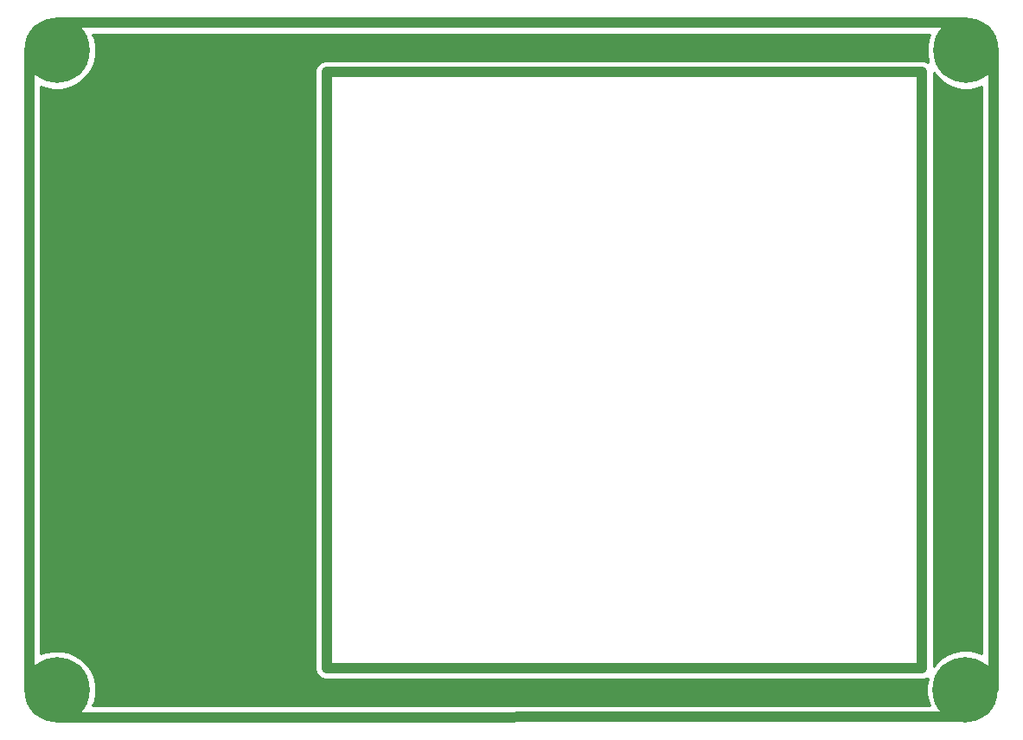
<source format=gtl>
G04 #@! TF.GenerationSoftware,KiCad,Pcbnew,(5.1.10-1-10_14)*
G04 #@! TF.CreationDate,2021-09-27T01:33:29+08:00*
G04 #@! TF.ProjectId,SMP top plate v.2 ,534d5020-746f-4702-9070-6c6174652076,rev?*
G04 #@! TF.SameCoordinates,Original*
G04 #@! TF.FileFunction,Copper,L1,Top*
G04 #@! TF.FilePolarity,Positive*
%FSLAX46Y46*%
G04 Gerber Fmt 4.6, Leading zero omitted, Abs format (unit mm)*
G04 Created by KiCad (PCBNEW (5.1.10-1-10_14)) date 2021-09-27 01:33:29*
%MOMM*%
%LPD*%
G01*
G04 APERTURE LIST*
G04 #@! TA.AperFunction,NonConductor*
%ADD10C,1.000000*%
G04 #@! TD*
G04 #@! TA.AperFunction,ConnectorPad*
%ADD11C,6.400000*%
G04 #@! TD*
G04 #@! TA.AperFunction,ComponentPad*
%ADD12C,3.600000*%
G04 #@! TD*
G04 #@! TA.AperFunction,NonConductor*
%ADD13C,0.254000*%
G04 #@! TD*
G04 #@! TA.AperFunction,NonConductor*
%ADD14C,0.100000*%
G04 #@! TD*
G04 APERTURE END LIST*
D10*
X177551080Y-71074280D02*
X119250460Y-71074280D01*
X177550460Y-71074280D02*
X177550460Y-129367280D01*
X177551080Y-129372360D02*
X119249500Y-129368320D01*
X119249500Y-71074280D02*
X119249500Y-129368320D01*
X92922340Y-134190740D02*
X181737000Y-134162779D01*
X90158820Y-131414520D02*
X90158820Y-69032120D01*
X92919800Y-66255921D02*
X181737000Y-66255921D01*
X184533799Y-131414520D02*
X184533799Y-69032120D01*
D11*
X181787255Y-131465320D03*
D12*
X181787255Y-131465320D03*
D11*
X92858819Y-131490720D03*
D12*
X92858819Y-131490720D03*
D11*
X181833800Y-68955920D03*
D12*
X181833800Y-68955920D03*
D11*
X92869000Y-68955920D03*
D12*
X92869000Y-68955920D03*
D13*
X178146177Y-67837292D02*
X177998800Y-68578205D01*
X177998800Y-69333635D01*
X178146177Y-70074548D01*
X178162592Y-70114178D01*
X177987527Y-70020604D01*
X177773579Y-69955703D01*
X177606832Y-69939280D01*
X177606211Y-69939280D01*
X177550460Y-69933789D01*
X177494708Y-69939280D01*
X119305251Y-69939280D01*
X119249500Y-69933789D01*
X119027001Y-69955703D01*
X118813053Y-70020604D01*
X118615877Y-70125996D01*
X118443051Y-70267831D01*
X118301216Y-70440657D01*
X118195824Y-70637834D01*
X118130923Y-70851782D01*
X118114500Y-71018529D01*
X118114500Y-71028275D01*
X118109969Y-71074280D01*
X118114500Y-71120285D01*
X118114501Y-129312528D01*
X118109010Y-129368241D01*
X118114501Y-129424034D01*
X118114501Y-129424072D01*
X118119625Y-129476093D01*
X118130908Y-129590741D01*
X118130920Y-129590782D01*
X118130924Y-129590819D01*
X118161568Y-129691839D01*
X118195794Y-129804693D01*
X118195814Y-129804730D01*
X118195825Y-129804767D01*
X118247968Y-129902321D01*
X118301173Y-130001877D01*
X118301198Y-130001907D01*
X118301217Y-130001943D01*
X118372516Y-130088821D01*
X118442996Y-130174713D01*
X118443027Y-130174738D01*
X118443052Y-130174769D01*
X118528878Y-130245205D01*
X118615812Y-130316560D01*
X118615848Y-130316579D01*
X118615878Y-130316604D01*
X118715360Y-130369778D01*
X118812980Y-130421965D01*
X118813017Y-130421976D01*
X118813054Y-130421996D01*
X118925830Y-130456206D01*
X119026924Y-130486881D01*
X119026961Y-130486885D01*
X119027002Y-130486897D01*
X119141951Y-130498218D01*
X119193670Y-130503316D01*
X119193708Y-130503316D01*
X119249500Y-130508811D01*
X119305214Y-130503324D01*
X177546275Y-130507359D01*
X177550460Y-130507771D01*
X177554639Y-130507359D01*
X177606753Y-130507363D01*
X177773501Y-130490952D01*
X177987453Y-130426066D01*
X178095309Y-130368426D01*
X177952255Y-131087605D01*
X177952255Y-131843035D01*
X178099632Y-132583948D01*
X178283923Y-133028867D01*
X96361989Y-133054657D01*
X96546442Y-132609348D01*
X96693819Y-131868435D01*
X96693819Y-131113005D01*
X96546442Y-130372092D01*
X96257352Y-129674166D01*
X95837658Y-129046050D01*
X95303489Y-128511881D01*
X94675373Y-128092187D01*
X93977447Y-127803097D01*
X93236534Y-127655720D01*
X92481104Y-127655720D01*
X91740191Y-127803097D01*
X91293820Y-127987990D01*
X91293820Y-72454433D01*
X91750372Y-72643543D01*
X92491285Y-72790920D01*
X93246715Y-72790920D01*
X93987628Y-72643543D01*
X94685554Y-72354453D01*
X95313670Y-71934759D01*
X95847839Y-71400590D01*
X96267533Y-70772474D01*
X96556623Y-70074548D01*
X96704000Y-69333635D01*
X96704000Y-68578205D01*
X96556623Y-67837292D01*
X96371730Y-67390921D01*
X178331070Y-67390921D01*
X178146177Y-67837292D01*
G04 #@! TA.AperFunction,NonConductor*
D14*
G36*
X178146177Y-67837292D02*
G01*
X177998800Y-68578205D01*
X177998800Y-69333635D01*
X178146177Y-70074548D01*
X178162592Y-70114178D01*
X177987527Y-70020604D01*
X177773579Y-69955703D01*
X177606832Y-69939280D01*
X177606211Y-69939280D01*
X177550460Y-69933789D01*
X177494708Y-69939280D01*
X119305251Y-69939280D01*
X119249500Y-69933789D01*
X119027001Y-69955703D01*
X118813053Y-70020604D01*
X118615877Y-70125996D01*
X118443051Y-70267831D01*
X118301216Y-70440657D01*
X118195824Y-70637834D01*
X118130923Y-70851782D01*
X118114500Y-71018529D01*
X118114500Y-71028275D01*
X118109969Y-71074280D01*
X118114500Y-71120285D01*
X118114501Y-129312528D01*
X118109010Y-129368241D01*
X118114501Y-129424034D01*
X118114501Y-129424072D01*
X118119625Y-129476093D01*
X118130908Y-129590741D01*
X118130920Y-129590782D01*
X118130924Y-129590819D01*
X118161568Y-129691839D01*
X118195794Y-129804693D01*
X118195814Y-129804730D01*
X118195825Y-129804767D01*
X118247968Y-129902321D01*
X118301173Y-130001877D01*
X118301198Y-130001907D01*
X118301217Y-130001943D01*
X118372516Y-130088821D01*
X118442996Y-130174713D01*
X118443027Y-130174738D01*
X118443052Y-130174769D01*
X118528878Y-130245205D01*
X118615812Y-130316560D01*
X118615848Y-130316579D01*
X118615878Y-130316604D01*
X118715360Y-130369778D01*
X118812980Y-130421965D01*
X118813017Y-130421976D01*
X118813054Y-130421996D01*
X118925830Y-130456206D01*
X119026924Y-130486881D01*
X119026961Y-130486885D01*
X119027002Y-130486897D01*
X119141951Y-130498218D01*
X119193670Y-130503316D01*
X119193708Y-130503316D01*
X119249500Y-130508811D01*
X119305214Y-130503324D01*
X177546275Y-130507359D01*
X177550460Y-130507771D01*
X177554639Y-130507359D01*
X177606753Y-130507363D01*
X177773501Y-130490952D01*
X177987453Y-130426066D01*
X178095309Y-130368426D01*
X177952255Y-131087605D01*
X177952255Y-131843035D01*
X178099632Y-132583948D01*
X178283923Y-133028867D01*
X96361989Y-133054657D01*
X96546442Y-132609348D01*
X96693819Y-131868435D01*
X96693819Y-131113005D01*
X96546442Y-130372092D01*
X96257352Y-129674166D01*
X95837658Y-129046050D01*
X95303489Y-128511881D01*
X94675373Y-128092187D01*
X93977447Y-127803097D01*
X93236534Y-127655720D01*
X92481104Y-127655720D01*
X91740191Y-127803097D01*
X91293820Y-127987990D01*
X91293820Y-72454433D01*
X91750372Y-72643543D01*
X92491285Y-72790920D01*
X93246715Y-72790920D01*
X93987628Y-72643543D01*
X94685554Y-72354453D01*
X95313670Y-71934759D01*
X95847839Y-71400590D01*
X96267533Y-70772474D01*
X96556623Y-70074548D01*
X96704000Y-69333635D01*
X96704000Y-68578205D01*
X96556623Y-67837292D01*
X96371730Y-67390921D01*
X178331070Y-67390921D01*
X178146177Y-67837292D01*
G37*
G04 #@! TD.AperFunction*
D13*
X178854961Y-71400590D02*
X179389130Y-71934759D01*
X180017246Y-72354453D01*
X180715172Y-72643543D01*
X181456085Y-72790920D01*
X182211515Y-72790920D01*
X182952428Y-72643543D01*
X183398800Y-72458650D01*
X183398799Y-127981869D01*
X182905883Y-127777697D01*
X182164970Y-127630320D01*
X181409540Y-127630320D01*
X180668627Y-127777697D01*
X179970701Y-128066787D01*
X179342585Y-128486481D01*
X178808416Y-129020650D01*
X178685460Y-129204667D01*
X178685460Y-71146914D01*
X178854961Y-71400590D01*
G04 #@! TA.AperFunction,NonConductor*
D14*
G36*
X178854961Y-71400590D02*
G01*
X179389130Y-71934759D01*
X180017246Y-72354453D01*
X180715172Y-72643543D01*
X181456085Y-72790920D01*
X182211515Y-72790920D01*
X182952428Y-72643543D01*
X183398800Y-72458650D01*
X183398799Y-127981869D01*
X182905883Y-127777697D01*
X182164970Y-127630320D01*
X181409540Y-127630320D01*
X180668627Y-127777697D01*
X179970701Y-128066787D01*
X179342585Y-128486481D01*
X178808416Y-129020650D01*
X178685460Y-129204667D01*
X178685460Y-71146914D01*
X178854961Y-71400590D01*
G37*
G04 #@! TD.AperFunction*
M02*

</source>
